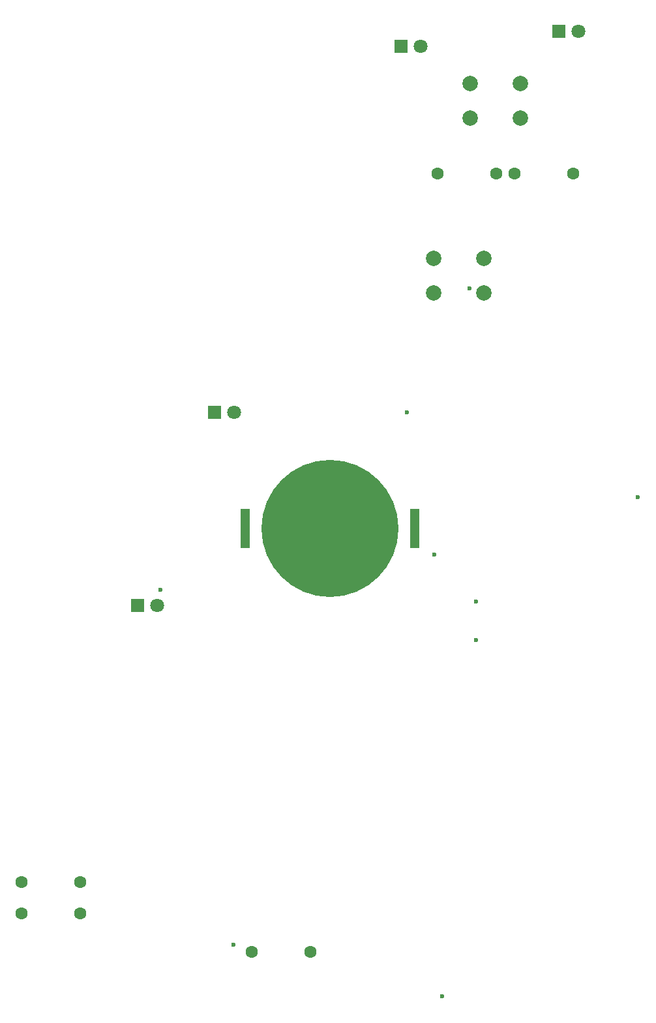
<source format=gbr>
%TF.GenerationSoftware,KiCad,Pcbnew,9.0.2*%
%TF.CreationDate,2025-06-05T12:57:38-04:00*%
%TF.ProjectId,athena workshop,61746865-6e61-4207-976f-726b73686f70,rev?*%
%TF.SameCoordinates,Original*%
%TF.FileFunction,Copper,L2,Bot*%
%TF.FilePolarity,Positive*%
%FSLAX46Y46*%
G04 Gerber Fmt 4.6, Leading zero omitted, Abs format (unit mm)*
G04 Created by KiCad (PCBNEW 9.0.2) date 2025-06-05 12:57:38*
%MOMM*%
%LPD*%
G01*
G04 APERTURE LIST*
%TA.AperFunction,ComponentPad*%
%ADD10C,1.600000*%
%TD*%
%TA.AperFunction,ComponentPad*%
%ADD11R,1.800000X1.800000*%
%TD*%
%TA.AperFunction,ComponentPad*%
%ADD12C,1.800000*%
%TD*%
%TA.AperFunction,ComponentPad*%
%ADD13C,2.000000*%
%TD*%
%TA.AperFunction,SMDPad,CuDef*%
%ADD14R,1.270000X5.080000*%
%TD*%
%TA.AperFunction,SMDPad,CuDef*%
%ADD15C,17.800000*%
%TD*%
%TA.AperFunction,ViaPad*%
%ADD16C,0.600000*%
%TD*%
G04 APERTURE END LIST*
D10*
%TO.P,R3,2*%
%TO.N,Net-(BT1--)*%
X102500000Y-160000000D03*
%TO.P,R3,1*%
%TO.N,Net-(D4-K)*%
X94880000Y-160000000D03*
%TD*%
%TO.P,R5,2*%
%TO.N,Net-(BT1--)*%
X72620000Y-155000000D03*
%TO.P,R5,1*%
%TO.N,Net-(D3-K)*%
X65000000Y-155000000D03*
%TD*%
%TO.P,R4,1*%
%TO.N,Net-(M1--)*%
X65000000Y-150950000D03*
%TO.P,R4,2*%
%TO.N,Net-(BT1--)*%
X72620000Y-150950000D03*
%TD*%
D11*
%TO.P,D3,1,K*%
%TO.N,Net-(D3-K)*%
X90000000Y-90000000D03*
D12*
%TO.P,D3,2,A*%
%TO.N,Net-(D3-A)*%
X92540000Y-90000000D03*
%TD*%
D11*
%TO.P,D4,1,K*%
%TO.N,Net-(D4-K)*%
X80000000Y-115000000D03*
D12*
%TO.P,D4,2,A*%
%TO.N,Net-(D3-A)*%
X82540000Y-115000000D03*
%TD*%
D13*
%TO.P,SW2,1,1*%
%TO.N,Net-(D1-A)*%
X118500000Y-70000000D03*
X125000000Y-70000000D03*
%TO.P,SW2,2,2*%
%TO.N,Net-(D3-A)*%
X118500000Y-74500000D03*
X125000000Y-74500000D03*
%TD*%
%TO.P,SW1,1,1*%
%TO.N,Net-(BT1-+)*%
X123250000Y-47250000D03*
X129750000Y-47250000D03*
%TO.P,SW1,2,2*%
%TO.N,Net-(D1-A)*%
X123250000Y-51750000D03*
X129750000Y-51750000D03*
%TD*%
D11*
%TO.P,D2,1,K*%
%TO.N,Net-(D2-K)*%
X134725000Y-40500000D03*
D12*
%TO.P,D2,2,A*%
%TO.N,Net-(D1-A)*%
X137265000Y-40500000D03*
%TD*%
D10*
%TO.P,R2,1*%
%TO.N,Net-(D2-K)*%
X119000000Y-59000000D03*
%TO.P,R2,2*%
%TO.N,Net-(BT1--)*%
X126620000Y-59000000D03*
%TD*%
D11*
%TO.P,D1,1,K*%
%TO.N,Net-(D1-K)*%
X114225000Y-42500000D03*
D12*
%TO.P,D1,2,A*%
%TO.N,Net-(D1-A)*%
X116765000Y-42500000D03*
%TD*%
D10*
%TO.P,R1,1*%
%TO.N,Net-(D1-K)*%
X129000000Y-59000000D03*
%TO.P,R1,2*%
%TO.N,Net-(BT1--)*%
X136620000Y-59000000D03*
%TD*%
D14*
%TO.P,BT1,1,+*%
%TO.N,Net-(BT1-+)*%
X115985000Y-105000000D03*
X94015000Y-105000000D03*
D15*
%TO.P,BT1,2,-*%
%TO.N,Net-(BT1--)*%
X105000000Y-105000000D03*
%TD*%
D16*
%TO.N,*%
X92500000Y-159050000D03*
X92500000Y-159050000D03*
X119580000Y-165750000D03*
%TO.N,Net-(D3-A)*%
X118500000Y-74500000D03*
X118500000Y-74500000D03*
X118500000Y-74500000D03*
X118500000Y-74500000D03*
%TO.N,*%
X123110000Y-73910000D03*
X145000000Y-100950000D03*
X145000000Y-100950000D03*
X118590000Y-108435000D03*
X83040000Y-113030000D03*
X123980000Y-119525000D03*
X123980000Y-114525000D03*
X115000000Y-90000000D03*
%TD*%
M02*

</source>
